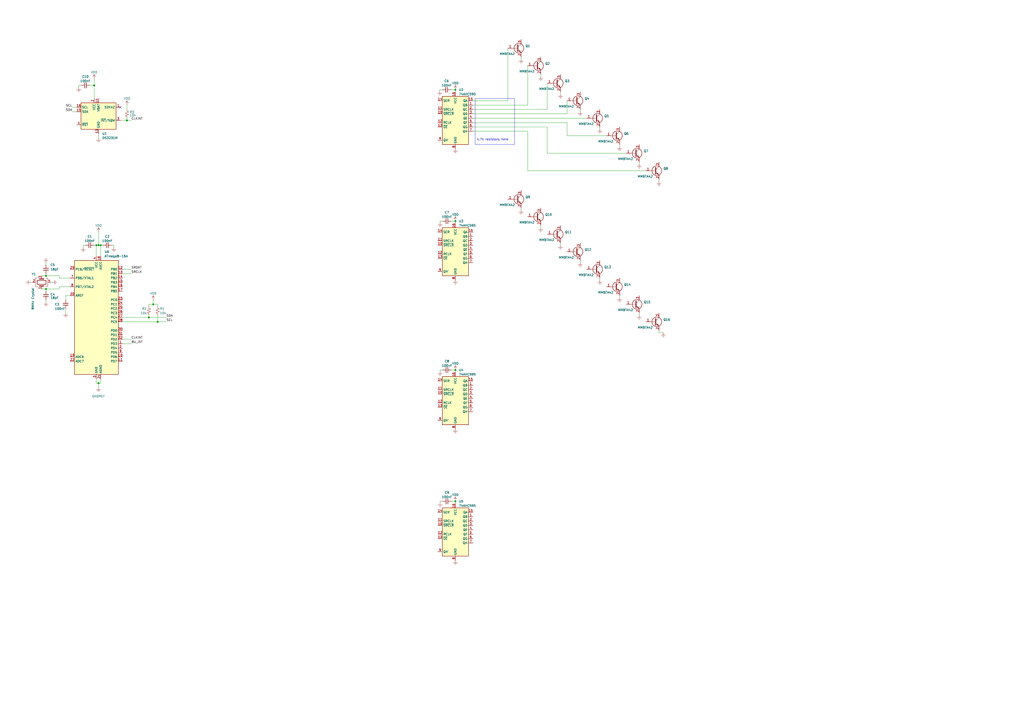
<source format=kicad_sch>
(kicad_sch (version 20250114) (generator "eeschema") (generator_version "9.0")
  (paper "A2")
  (lib_symbols
    (symbol "74AHC595_1"
      (property "Reference" "U2" (at 1.9559 16.51 0))
      (property "Value" "74AHC595" (at 1.9559 13.97 0))
      (symbol "74AHC595_1_1_0"
        (pin input line (at -10.16 10.16 0) (length 2.54) (name "SER") (number "14"))
        (pin input line (at -10.16 5.08 0) (length 2.54) (name "SRCLK") (number "11"))
        (pin input line (at -10.16 2.54 0) (length 2.54) (name "~{SRCLR}") (number "10"))
        (pin input line (at -10.16 -2.54 0) (length 2.54) (name "RCLK") (number "12"))
        (pin input line (at -10.16 -5.08 0) (length 2.54) (name "~{OE}") (number "13"))
        (pin output line (at -10.16 -12.7 0) (length 2.54) (name "QH'") (number "9"))
        (pin power_in line (at 0 15.24 270) (length 2.54) (name "VCC") (number "16"))
        (pin power_in line (at 0 -17.78 90) (length 2.54) (name "GND") (number "8"))
        (pin tri_state line (at 10.16 10.16 180) (length 2.54) (name "QA") (number "15"))
        (pin tri_state line (at 10.16 7.62 180) (length 2.54) (name "QB") (number "1"))
        (pin tri_state line (at 10.16 5.08 180) (length 2.54) (name "QC") (number "2"))
        (pin tri_state line (at 10.16 2.54 180) (length 2.54) (name "QD") (number "3"))
        (pin tri_state line (at 10.16 0 180) (length 2.54) (name "QE") (number "4"))
        (pin tri_state line (at 10.16 -2.54 180) (length 2.54) (name "QF") (number "5"))
        (pin tri_state line (at 10.16 -5.08 180) (length 2.54) (name "QG") (number "6"))
        (pin tri_state line (at 10.16 -7.62 180) (length 2.54) (name "QH") (number "7"))
      )
      (symbol "74AHC595_1_1_1"
        (rectangle (start -7.62 12.7) (end 7.62 -15.24) (stroke (width 0.254)) (fill (type background)))
      )
    )
    (symbol "Device:C_Small" (pin_numbers (hide yes)) (pin_names (offset 0.254) (hide yes))
      (property "Reference" "C" (at 0.254 1.778 0))
      (property "Value" "C_Small" (at 0.254 -2.032 0))
      (symbol "C_Small_0_1"
        (polyline (pts (xy -1.524 0.508) (xy 1.524 0.508)) (stroke (width 0.3048)))
        (polyline (pts (xy -1.524 -0.508) (xy 1.524 -0.508)) (stroke (width 0.3302)))
      )
      (symbol "C_Small_1_1"
        (pin passive line (at 0 2.54 270) (length 2.032) (name "~") (number "1"))
        (pin passive line (at 0 -2.54 90) (length 2.032) (name "~") (number "2"))
      )
    )
    (symbol "Device:Crystal_GND24" (pin_names (offset 1.016) (hide yes))
      (property "Reference" "Y" (at 3.175 5.08 0))
      (property "Value" "Crystal_GND24" (at 3.175 3.175 0))
      (symbol "Crystal_GND24_0_1"
        (polyline (pts (xy -2.54 2.286) (xy -2.54 3.556) (xy 2.54 3.556) (xy 2.54 2.286)))
        (polyline (pts (xy -2.54 0) (xy -2.032 0)))
        (polyline (pts (xy -2.54 -2.286) (xy -2.54 -3.556) (xy 2.54 -3.556) (xy 2.54 -2.286)))
        (polyline (pts (xy -2.032 -1.27) (xy -2.032 1.27)) (stroke (width 0.508)))
        (rectangle (start -1.143 2.54) (end 1.143 -2.54) (stroke (width 0.3048)))
        (polyline (pts (xy 0 3.556) (xy 0 3.81)))
        (polyline (pts (xy 0 -3.81) (xy 0 -3.556)))
        (polyline (pts (xy 2.032 0) (xy 2.54 0)))
        (polyline (pts (xy 2.032 -1.27) (xy 2.032 1.27)) (stroke (width 0.508)))
      )
      (symbol "Crystal_GND24_1_1"
        (pin passive line (at -3.81 0 0) (length 1.27) (name "1") (number "1"))
        (pin passive line (at 0 5.08 270) (length 1.27) (name "2") (number "2"))
        (pin passive line (at 0 -5.08 90) (length 1.27) (name "4") (number "4"))
        (pin passive line (at 3.81 0 180) (length 1.27) (name "3") (number "3"))
      )
    )
    (symbol "Device:R_Small_US" (pin_numbers (hide yes)) (pin_names (offset 0.254) (hide yes))
      (property "Reference" "R" (at 0.762 0.508 0))
      (property "Value" "R_Small_US" (at 0.762 -1.016 0))
      (symbol "R_Small_US_1_1"
        (polyline (pts (xy 0 1.524) (xy 1.016 1.143) (xy 0 0.762) (xy -1.016 0.381) (xy 0 0)))
        (polyline (pts (xy 0 0) (xy 1.016 -0.381) (xy 0 -0.762) (xy -1.016 -1.143) (xy 0 -1.524)))
        (pin passive line (at 0 2.54 270) (length 1.016) (name "~") (number "1"))
        (pin passive line (at 0 -2.54 90) (length 1.016) (name "~") (number "2"))
      )
    )
    (symbol "MCU_Microchip_ATmega:ATmega8-16A"
      (property "Reference" "U6" (at 4.6833 38.1 0))
      (property "Value" "ATmega8-16A" (at 4.6833 35.56 0))
      (symbol "ATmega8-16A_0_1"
        (rectangle (start -12.7 -33.02) (end 12.7 33.02) (stroke (width 0.254)) (fill (type background)))
      )
      (symbol "ATmega8-16A_1_1"
        (pin bidirectional line (at -15.24 27.94 0) (length 2.54) (name "PC6/~{RESET}") (number "29"))
        (pin bidirectional line (at -15.24 22.86 0) (length 2.54) (name "PB6/XTAL1") (number "7"))
        (pin bidirectional line (at -15.24 17.78 0) (length 2.54) (name "PB7/XTAL2") (number "8"))
        (pin passive line (at -15.24 12.7 0) (length 2.54) (name "AREF") (number "20"))
        (pin input line (at -15.24 -22.86 0) (length 2.54) (name "ADC6") (number "19"))
        (pin input line (at -15.24 -25.4 0) (length 2.54) (name "ADC7") (number "22"))
        (pin power_in line (at 0 35.56 270) (length 2.54) (name "VCC") (number "4"))
        (pin passive line (at 0 35.56 270) (length 2.54) (hide yes) (name "VCC") (number "6"))
        (pin power_in line (at 0 -35.56 90) (length 2.54) (name "GND") (number "3"))
        (pin passive line (at 0 -35.56 90) (length 2.54) (hide yes) (name "GND") (number "5"))
        (pin power_in line (at 2.54 35.56 270) (length 2.54) (name "AVCC") (number "18"))
        (pin power_in line (at 2.54 -35.56 90) (length 2.54) (name "AGND") (number "21"))
        (pin bidirectional line (at 15.24 27.94 180) (length 2.54) (name "PB0") (number "12"))
        (pin bidirectional line (at 15.24 25.4 180) (length 2.54) (name "PB1") (number "13"))
        (pin bidirectional line (at 15.24 22.86 180) (length 2.54) (name "PB2") (number "14"))
        (pin bidirectional line (at 15.24 20.32 180) (length 2.54) (name "PB3") (number "15"))
        (pin bidirectional line (at 15.24 17.78 180) (length 2.54) (name "PB4") (number "16"))
        (pin bidirectional line (at 15.24 15.24 180) (length 2.54) (name "PB5") (number "17"))
        (pin bidirectional line (at 15.24 10.16 180) (length 2.54) (name "PC0") (number "23"))
        (pin bidirectional line (at 15.24 7.62 180) (length 2.54) (name "PC1") (number "24"))
        (pin bidirectional line (at 15.24 5.08 180) (length 2.54) (name "PC2") (number "25"))
        (pin bidirectional line (at 15.24 2.54 180) (length 2.54) (name "PC3") (number "26"))
        (pin bidirectional line (at 15.24 0 180) (length 2.54) (name "PC4") (number "27"))
        (pin bidirectional line (at 15.24 -2.54 180) (length 2.54) (name "PC5") (number "28"))
        (pin bidirectional line (at 15.24 -7.62 180) (length 2.54) (name "PD0") (number "30"))
        (pin bidirectional line (at 15.24 -10.16 180) (length 2.54) (name "PD1") (number "31"))
        (pin bidirectional line (at 15.24 -12.7 180) (length 2.54) (name "PD2") (number "32"))
        (pin bidirectional line (at 15.24 -15.24 180) (length 2.54) (name "PD3") (number "1"))
        (pin bidirectional line (at 15.24 -17.78 180) (length 2.54) (name "PD4") (number "2"))
        (pin bidirectional line (at 15.24 -20.32 180) (length 2.54) (name "PD5") (number "9"))
        (pin bidirectional line (at 15.24 -22.86 180) (length 2.54) (name "PD6") (number "10"))
        (pin bidirectional line (at 15.24 -25.4 180) (length 2.54) (name "PD7") (number "11"))
      )
    )
    (symbol "Timer_RTC:DS3231M"
      (property "Reference" "U" (at -7.62 8.89 0))
      (property "Value" "DS3231M" (at 10.16 8.89 0))
      (symbol "DS3231M_0_1"
        (rectangle (start -10.16 7.62) (end 10.16 -7.62) (stroke (width 0.254)) (fill (type background)))
      )
      (symbol "DS3231M_1_1"
        (pin input line (at -12.7 5.08 0) (length 2.54) (name "SCL") (number "16"))
        (pin bidirectional line (at -12.7 2.54 0) (length 2.54) (name "SDA") (number "15"))
        (pin bidirectional line (at -12.7 -5.08 0) (length 2.54) (name "~{RST}") (number "4"))
        (pin power_in line (at -2.54 10.16 270) (length 2.54) (name "VCC") (number "2"))
        (pin power_in line (at 0 10.16 270) (length 2.54) (name "VBAT") (number "14"))
        (pin passive line (at 0 -10.16 90) (length 2.54) (hide yes) (name "GND") (number "10"))
        (pin passive line (at 0 -10.16 90) (length 2.54) (hide yes) (name "GND") (number "11"))
        (pin passive line (at 0 -10.16 90) (length 2.54) (hide yes) (name "GND") (number "12"))
        (pin power_in line (at 0 -10.16 90) (length 2.54) (name "GND") (number "13"))
        (pin passive line (at 0 -10.16 90) (length 2.54) (hide yes) (name "GND") (number "5"))
        (pin passive line (at 0 -10.16 90) (length 2.54) (hide yes) (name "GND") (number "6"))
        (pin passive line (at 0 -10.16 90) (length 2.54) (hide yes) (name "GND") (number "7"))
        (pin passive line (at 0 -10.16 90) (length 2.54) (hide yes) (name "GND") (number "8"))
        (pin passive line (at 0 -10.16 90) (length 2.54) (hide yes) (name "GND") (number "9"))
        (pin open_collector line (at 12.7 5.08 180) (length 2.54) (name "32KHZ") (number "1"))
        (pin open_collector line (at 12.7 -2.54 180) (length 2.54) (name "~{INT}/SQW") (number "3"))
      )
    )
    (symbol "Transistor_BJT:MMBTA42" (pin_names (offset 0) (hide yes))
      (property "Reference" "Q" (at 5.08 1.905 0))
      (property "Value" "MMBTA42" (at 5.08 0 0))
      (symbol "MMBTA42_0_1"
        (polyline (pts (xy -2.54 0) (xy 0.635 0)))
        (polyline (pts (xy 0.635 1.905) (xy 0.635 -1.905)) (stroke (width 0.508)))
        (circle (center 1.27 0) (radius 2.8194) (stroke (width 0.254)))
      )
      (symbol "MMBTA42_1_1"
        (polyline (pts (xy 0.635 0.635) (xy 2.54 2.54)))
        (polyline (pts (xy 0.635 -0.635) (xy 2.54 -2.54)))
        (polyline (pts (xy 1.27 -1.778) (xy 1.778 -1.27) (xy 2.286 -2.286) (xy 1.27 -1.778)) (fill (type outline)))
        (pin input line (at -5.08 0 0) (length 2.54) (name "B") (number "1"))
        (pin passive line (at 2.54 5.08 270) (length 2.54) (name "C") (number "3"))
        (pin passive line (at 2.54 -5.08 90) (length 2.54) (name "E") (number "2"))
      )
    )
    (symbol "power:GNDREF" (power) (pin_names (offset 0))
      (property "Value" "GNDREF" (at 0 -3.81 0))
      (symbol "GNDREF_0_1"
        (polyline (pts (xy -0.635 -1.905) (xy 0.635 -1.905)))
        (polyline (pts (xy -0.127 -2.54) (xy 0.127 -2.54)))
        (polyline (pts (xy 0 -1.27) (xy 0 0)))
        (polyline (pts (xy 1.27 -1.27) (xy -1.27 -1.27)))
      )
      (symbol "GNDREF_1_1"
        (pin power_in line (at 0 0 270) (length 0) (hide yes) (name "GNDREF") (number "1"))
      )
    )
    (symbol "power:VDD" (power) (pin_names (offset 0))
      (property "Value" "VDD" (at 0 3.81 0))
      (symbol "VDD_0_1"
        (polyline (pts (xy -0.762 1.27) (xy 0 2.54)))
        (polyline (pts (xy 0 2.54) (xy 0.762 1.27)))
        (polyline (pts (xy 0 0) (xy 0 2.54)))
      )
      (symbol "VDD_1_1"
        (pin power_in line (at 0 0 90) (length 0) (hide yes) (name "VDD") (number "1"))
      )
    )
  )
  (rectangle (start 275.59 57.15) (end 298.45 83.82))
  (text "4.7k resistors here" (at 285.75 81.026 0) (effects (font (size 1.27 1.27))))
  (junction (at 73.66 69.85))
  (junction (at 57.15 142.24))
  (junction (at 264.16 128.27))
  (junction (at 55.88 142.24))
  (junction (at 264.16 214.63))
  (junction (at 86.36 184.15))
  (junction (at 88.9 176.53))
  (junction (at 264.16 52.07))
  (junction (at 58.42 142.24))
  (junction (at 57.15 222.25))
  (junction (at 26.67 160.02))
  (junction (at 26.67 167.64))
  (junction (at 264.16 290.83))
  (junction (at 54.61 49.53))
  (junction (at 91.44 186.69))
  (no_connect (at 69.85 62.23))
  (wire (pts (xy 306.07 76.2) (xy 274.32 76.2)))
  (wire (pts (xy 261.62 52.07) (xy 264.16 52.07)))
  (wire (pts (xy 363.22 88.9) (xy 317.5 88.9)))
  (wire (pts (xy 38.1 179.07) (xy 38.1 181.61)))
  (wire (pts (xy 55.88 142.24) (xy 57.15 142.24)))
  (wire (pts (xy 317.5 73.66) (xy 317.5 88.9)))
  (wire (pts (xy 73.66 68.58) (xy 73.66 69.85)))
  (wire (pts (xy 57.15 142.24) (xy 58.42 142.24)))
  (wire (pts (xy 34.29 167.64) (xy 34.29 166.37)))
  (wire (pts (xy 26.67 152.4) (xy 26.67 153.67)))
  (wire (pts (xy 71.12 184.15) (xy 86.36 184.15)))
  (wire (pts (xy 325.12 140.97) (xy 325.12 142.24)))
  (wire (pts (xy 48.26 143.51) (xy 48.26 142.24)))
  (wire (pts (xy 57.15 134.62) (xy 57.15 142.24)))
  (wire (pts (xy 58.42 222.25) (xy 58.42 219.71)))
  (wire (pts (xy 86.36 177.8) (xy 86.36 176.53)))
  (wire (pts (xy 71.12 158.75) (xy 76.2 158.75)))
  (wire (pts (xy 255.0668 52.07) (xy 255.0668 52.8828)))
  (wire (pts (xy 38.1 173.99) (xy 38.1 171.45)))
  (wire (pts (xy 294.64 27.94) (xy 294.64 58.42)))
  (wire (pts (xy 294.64 58.42) (xy 274.32 58.42)))
  (wire (pts (xy 71.12 156.21) (xy 76.2 156.21)))
  (wire (pts (xy 86.36 182.88) (xy 86.36 184.15)))
  (wire (pts (xy 24.13 160.02) (xy 26.67 160.02)))
  (wire (pts (xy 370.84 181.61) (xy 370.84 182.88)))
  (wire (pts (xy 55.88 222.25) (xy 57.15 222.25)))
  (wire (pts (xy 54.61 45.72) (xy 54.61 49.53)))
  (wire (pts (xy 336.55 151.13) (xy 336.55 152.4)))
  (wire (pts (xy 359.41 171.45) (xy 359.41 172.72)))
  (wire (pts (xy 69.85 69.85) (xy 73.66 69.85)))
  (wire (pts (xy 255.27 128.27) (xy 255.27 129.0828)))
  (wire (pts (xy 45.72 49.53) (xy 46.99 49.53)))
  (wire (pts (xy 347.98 161.29) (xy 347.98 162.56)))
  (wire (pts (xy 88.9 176.53) (xy 91.44 176.53)))
  (wire (pts (xy 86.36 184.15) (xy 96.52 184.15)))
  (wire (pts (xy 71.12 186.69) (xy 91.44 186.69)))
  (wire (pts (xy 317.5 63.5) (xy 274.32 63.5)))
  (wire (pts (xy 306.07 99.06) (xy 306.07 76.2)))
  (wire (pts (xy 359.41 83.82) (xy 359.41 85.09)))
  (wire (pts (xy 38.1 171.45) (xy 40.64 171.45)))
  (wire (pts (xy 73.66 69.85) (xy 76.2 69.85)))
  (wire (pts (xy 264.16 52.07) (xy 264.16 53.34)))
  (wire (pts (xy 374.65 99.06) (xy 306.07 99.06)))
  (wire (pts (xy 328.93 71.12) (xy 328.93 78.74)))
  (wire (pts (xy 57.15 222.25) (xy 58.42 222.25)))
  (wire (pts (xy 91.44 176.53) (xy 91.44 177.8)))
  (wire (pts (xy 26.67 160.02) (xy 34.29 160.02)))
  (wire (pts (xy 57.15 77.47) (xy 57.15 80.01)))
  (wire (pts (xy 264.16 290.83) (xy 264.16 292.1)))
  (wire (pts (xy 86.36 176.53) (xy 88.9 176.53)))
  (wire (pts (xy 255.27 214.63) (xy 255.27 215.4428)))
  (wire (pts (xy 26.67 167.64) (xy 34.29 167.64)))
  (wire (pts (xy 71.12 196.85) (xy 76.2 196.85)))
  (wire (pts (xy 274.32 68.58) (xy 340.36 68.58)))
  (wire (pts (xy 261.8232 128.27) (xy 264.16 128.27)))
  (wire (pts (xy 57.15 222.25) (xy 57.15 224.79)))
  (wire (pts (xy 54.61 142.24) (xy 55.88 142.24)))
  (wire (pts (xy 73.66 60.96) (xy 73.66 63.5)))
  (wire (pts (xy 302.26 120.65) (xy 302.26 121.92)))
  (wire (pts (xy 370.84 93.98) (xy 370.84 95.25)))
  (wire (pts (xy 264.16 214.63) (xy 264.16 215.9)))
  (wire (pts (xy 255.27 290.83) (xy 255.27 291.6428)))
  (wire (pts (xy 317.5 48.26) (xy 317.5 63.5)))
  (wire (pts (xy 264.16 128.27) (xy 264.16 129.54)))
  (wire (pts (xy 26.67 173.99) (xy 26.67 175.26)))
  (wire (pts (xy 264.16 214.63) (xy 264.3632 214.63)))
  (wire (pts (xy 58.42 142.24) (xy 58.42 148.59)))
  (wire (pts (xy 29.21 163.83) (xy 30.48 163.83)))
  (wire (pts (xy 302.26 33.02) (xy 302.26 34.29)))
  (wire (pts (xy 313.69 43.18) (xy 313.69 44.45)))
  (wire (pts (xy 54.61 49.53) (xy 54.61 57.15)))
  (wire (pts (xy 58.42 142.24) (xy 59.69 142.24)))
  (wire (pts (xy 91.44 186.69) (xy 96.52 186.69)))
  (wire (pts (xy 256.54 52.07) (xy 255.0668 52.07)))
  (wire (pts (xy 313.69 130.81) (xy 313.69 132.08)))
  (wire (pts (xy 91.44 182.88) (xy 91.44 186.69)))
  (wire (pts (xy 274.32 71.12) (xy 328.93 71.12)))
  (wire (pts (xy 382.27 193.04) (xy 384.81 193.04)))
  (wire (pts (xy 261.8232 290.83) (xy 264.16 290.83)))
  (wire (pts (xy 71.12 199.39) (xy 76.2 199.39)))
  (wire (pts (xy 264.16 128.27) (xy 264.3632 128.27)))
  (wire (pts (xy 382.27 104.14) (xy 382.27 105.41)))
  (wire (pts (xy 264.16 290.83) (xy 264.3632 290.83)))
  (wire (pts (xy 382.27 191.77) (xy 382.27 193.04)))
  (wire (pts (xy 351.79 78.74) (xy 328.93 78.74)))
  (wire (pts (xy 45.72 50.8) (xy 45.72 49.53)))
  (wire (pts (xy 55.88 219.71) (xy 55.88 222.25)))
  (wire (pts (xy 34.29 166.37) (xy 40.64 166.37)))
  (wire (pts (xy 328.93 58.42) (xy 328.93 66.04)))
  (wire (pts (xy 64.77 142.24) (xy 66.04 142.24)))
  (wire (pts (xy 256.7432 290.83) (xy 255.27 290.83)))
  (wire (pts (xy 256.7432 128.27) (xy 255.27 128.27)))
  (wire (pts (xy 88.9 173.99) (xy 88.9 176.53)))
  (wire (pts (xy 24.13 167.64) (xy 26.67 167.64)))
  (wire (pts (xy 26.67 168.91) (xy 26.67 167.64)))
  (wire (pts (xy 52.07 49.53) (xy 54.61 49.53)))
  (wire (pts (xy 34.29 161.29) (xy 40.64 161.29)))
  (wire (pts (xy 66.04 142.24) (xy 66.04 143.51)))
  (wire (pts (xy 48.26 142.24) (xy 49.53 142.24)))
  (wire (pts (xy 306.07 60.96) (xy 274.32 60.96)))
  (wire (pts (xy 347.98 73.66) (xy 347.98 74.93)))
  (wire (pts (xy 336.55 63.5) (xy 336.55 64.77)))
  (wire (pts (xy 26.67 158.75) (xy 26.67 160.02)))
  (wire (pts (xy 41.91 62.23) (xy 44.45 62.23)))
  (wire (pts (xy 261.8232 214.63) (xy 264.16 214.63)))
  (wire (pts (xy 55.88 142.24) (xy 55.88 148.59)))
  (wire (pts (xy 306.07 38.1) (xy 306.07 60.96)))
  (wire (pts (xy 34.29 160.02) (xy 34.29 161.29)))
  (wire (pts (xy 274.32 66.04) (xy 328.93 66.04)))
  (wire (pts (xy 325.12 53.34) (xy 325.12 54.61)))
  (wire (pts (xy 41.91 64.77) (xy 44.45 64.77)))
  (wire (pts (xy 256.7432 214.63) (xy 255.27 214.63)))
  (wire (pts (xy 17.78 163.83) (xy 19.05 163.83)))
  (wire (pts (xy 317.5 73.66) (xy 274.32 73.66)))
  (label "SDA" (at 96.52 184.15 0))
  (label "SDA" (at 41.91 64.77 180))
  (label "SRCLK" (at 76.2 158.75 0))
  (label "BU_INT" (at 76.2 199.39 0))
  (label "CLKINT" (at 76.2 69.85 0))
  (label "SCL" (at 41.91 62.23 180))
  (label "SRDAT" (at 76.2 156.21 0))
  (label "CLKINT" (at 76.2 196.85 0))
  (label "SCL" (at 96.52 186.69 0))
  (symbol (lib_id "power:GNDREF") (at 382.27 105.41 0) (unit 1)
    (property "Reference" "#PWR027" (effects (hide yes)))
    (property "Value" "GNDREF" (effects (hide yes)))
  )
  (symbol (lib_id "Device:C_Small") (at 259.2832 290.83 270) (mirror x) (unit 1)
    (property "Reference" "C9" (at 259.2769 285.75 90))
    (property "Value" "100nF" (at 259.2769 288.29 90))
  )
  (symbol (lib_id "Device:C_Small") (at 259.2832 214.63 270) (mirror x) (unit 1)
    (property "Reference" "C8" (at 259.2769 209.55 90))
    (property "Value" "100nF" (at 259.2769 212.09 90))
  )
  (symbol (lib_id "power:GNDREF") (at 359.41 172.72 0) (unit 1)
    (property "Reference" "#PWR033" (effects (hide yes)))
    (property "Value" "GNDREF" (effects (hide yes)))
  )
  (symbol (lib_id "Device:C_Small") (at 259.2832 128.27 270) (mirror x) (unit 1)
    (property "Reference" "C7" (at 259.2769 123.19 90))
    (property "Value" "100nF" (at 259.2769 125.73 90))
  )
  (symbol (lib_id "Transistor_BJT:MMBTA42") (at 299.72 115.57 0) (unit 1)
    (property "Reference" "Q9" (at 304.8 114.2999 0) (effects (justify left)))
    (property "Value" "MMBTA42" (at 289.814 118.872 0) (effects (justify left)))
    (property "Footprint" "Package_TO_SOT_SMD:SOT-23W_Handsoldering" (effects (hide yes)))
    (property "Datasheet" "https://www.onsemi.com/pub/Collateral/MMBTA42LT1-D.PDF" (effects (hide yes)))
    (property "Description" "0.5A Ic, 300V Vce, NPN High Voltage Transistor, SOT-23" (effects (hide yes)))
  )
  (symbol (lib_id "Device:R_Small_US") (at 73.66 66.04 0) (unit 1)
    (property "Reference" "R3" (at 75.184 65.024 0) (effects (justify left)))
    (property "Value" "10k" (at 75.184 66.802 0) (effects (justify left)))
    (property "Description" "Resistor, small US symbol" (effects (hide yes)))
  )
  (symbol (lib_id "power:GNDREF") (at 255.27 215.4428 0) (mirror y) (unit 1)
    (property "Reference" "#PWR014" (effects (hide yes)))
    (property "Value" "GNDREF" (effects (hide yes)))
  )
  (symbol (lib_id "Transistor_BJT:MMBTA42") (at 368.3 176.53 0) (unit 1)
    (property "Reference" "Q15" (at 373.38 175.2599 0) (effects (justify left)))
    (property "Value" "MMBTA42" (at 358.394 179.832 0) (effects (justify left)))
    (property "Footprint" "Package_TO_SOT_SMD:SOT-23W_Handsoldering" (effects (hide yes)))
    (property "Datasheet" "https://www.onsemi.com/pub/Collateral/MMBTA42LT1-D.PDF" (effects (hide yes)))
    (property "Description" "0.5A Ic, 300V Vce, NPN High Voltage Transistor, SOT-23" (effects (hide yes)))
  )
  (symbol (lib_id "power:GNDREF") (at 38.1 181.61 0) (unit 1)
    (property "Reference" "#PWR01" (effects (hide yes)))
    (property "Value" "GNDREF" (effects (hide yes)))
  )
  (symbol (lib_id "MCU_Microchip_ATmega:ATmega8-16A") (at 55.88 184.15 0) (unit 1)
    (property "Reference" "U6" (at 60.5633 146.05 0) (effects (justify left)))
    (property "Value" "ATmega8-16A" (at 60.5633 148.59 0) (effects (justify left)))
    (property "Footprint" "Package_QFP:TQFP-32_7x7mm_P0.8mm" (effects (hide yes)))
    (property "Datasheet" "http://ww1.microchip.com/downloads/en/DeviceDoc/atmel-2486-8-bit-avr-microcontroller-atmega8_l_datasheet.pdf" (effects (hide yes)))
    (property "Description" "16MHz, 8kB Flash, 1kB SRAM, 512B EEPROM, TQFP-32" (effects (hide yes)))
  )
  (symbol (lib_id "Device:R_Small_US") (at 86.36 180.34 0) (unit 1)
    (property "Reference" "R2" (at 82.296 179.07 0) (effects (justify left)))
    (property "Value" "10k" (at 81.534 181.61 0) (effects (justify left)))
    (property "Description" "Resistor, small US symbol" (effects (hide yes)))
  )
  (symbol (lib_id "power:GNDREF") (at 384.81 193.04 0) (unit 1)
    (property "Reference" "#PWR035" (effects (hide yes)))
    (property "Value" "GNDREF" (effects (hide yes)))
  )
  (symbol (lib_id "Transistor_BJT:MMBTA42") (at 345.44 68.58 0) (unit 1)
    (property "Reference" "Q5" (at 350.52 67.3099 0) (effects (justify left)))
    (property "Value" "MMBTA42" (at 335.534 71.882 0) (effects (justify left)))
    (property "Footprint" "Package_TO_SOT_SMD:SOT-23W_Handsoldering" (effects (hide yes)))
    (property "Datasheet" "https://www.onsemi.com/pub/Collateral/MMBTA42LT1-D.PDF" (effects (hide yes)))
    (property "Description" "0.5A Ic, 300V Vce, NPN High Voltage Transistor, SOT-23" (effects (hide yes)))
  )
  (symbol (lib_id "Device:C_Small") (at 52.07 142.24 90) (unit 1)
    (property "Reference" "C1" (at 52.0763 137.16 90))
    (property "Value" "100nF" (at 52.0763 139.7 90))
  )
  (symbol (lib_id "Transistor_BJT:MMBTA42") (at 368.3 88.9 0) (unit 1)
    (property "Reference" "Q7" (at 373.38 87.6299 0) (effects (justify left)))
    (property "Value" "MMBTA42" (at 358.394 92.202 0) (effects (justify left)))
    (property "Footprint" "Package_TO_SOT_SMD:SOT-23W_Handsoldering" (effects (hide yes)))
    (property "Datasheet" "https://www.onsemi.com/pub/Collateral/MMBTA42LT1-D.PDF" (effects (hide yes)))
    (property "Description" "0.5A Ic, 300V Vce, NPN High Voltage Transistor, SOT-23" (effects (hide yes)))
  )
  (symbol (lib_id "Device:C_Small") (at 26.67 156.21 180) (unit 1)
    (property "Reference" "C5" (at 29.21 153.67 0) (effects (justify right)))
    (property "Value" "18pF" (at 29.21 156.21 0) (effects (justify right)))
  )
  (symbol (lib_id "Transistor_BJT:MMBTA42") (at 345.44 156.21 0) (unit 1)
    (property "Reference" "Q13" (at 350.52 154.9399 0) (effects (justify left)))
    (property "Value" "MMBTA42" (at 335.534 159.512 0) (effects (justify left)))
    (property "Footprint" "Package_TO_SOT_SMD:SOT-23W_Handsoldering" (effects (hide yes)))
    (property "Datasheet" "https://www.onsemi.com/pub/Collateral/MMBTA42LT1-D.PDF" (effects (hide yes)))
    (property "Description" "0.5A Ic, 300V Vce, NPN High Voltage Transistor, SOT-23" (effects (hide yes)))
  )
  (symbol (lib_id "power:VDD") (at 54.61 45.72 0) (unit 1)
    (property "Reference" "#PWR040" (effects (hide yes)))
    (property "Value" "VDD" (at 54.61 41.91 0))
  )
  (symbol (lib_id "Transistor_BJT:MMBTA42") (at 322.58 135.89 0) (unit 1)
    (property "Reference" "Q11" (at 327.66 134.6199 0) (effects (justify left)))
    (property "Value" "MMBTA42" (at 312.674 139.192 0) (effects (justify left)))
    (property "Footprint" "Package_TO_SOT_SMD:SOT-23W_Handsoldering" (effects (hide yes)))
    (property "Datasheet" "https://www.onsemi.com/pub/Collateral/MMBTA42LT1-D.PDF" (effects (hide yes)))
    (property "Description" "0.5A Ic, 300V Vce, NPN High Voltage Transistor, SOT-23" (effects (hide yes)))
  )
  (symbol (lib_id "Transistor_BJT:MMBTA42") (at 311.15 125.73 0) (unit 1)
    (property "Reference" "Q10" (at 316.23 124.4599 0) (effects (justify left)))
    (property "Value" "MMBTA42" (at 301.244 129.032 0) (effects (justify left)))
    (property "Footprint" "Package_TO_SOT_SMD:SOT-23W_Handsoldering" (effects (hide yes)))
    (property "Datasheet" "https://www.onsemi.com/pub/Collateral/MMBTA42LT1-D.PDF" (effects (hide yes)))
    (property "Description" "0.5A Ic, 300V Vce, NPN High Voltage Transistor, SOT-23" (effects (hide yes)))
  )
  (symbol (lib_id "Device:Crystal_GND24") (at 24.13 163.83 90) (unit 1)
    (property "Reference" "Y1" (at 19.558 159.004 90))
    (property "Value" "8MHz Crystal" (at 19.05 173.228 0))
    (property "Footprint" "Crystal:Crystal_SMD_0603-4Pin_6.0x3.5mm_HandSoldering" (effects (hide yes)))
    (property "Datasheet" "https://mm.digikey.com/Volume0/opasdata/d220001/medias/docus/1794/FX0800015_Rev.E_SS.pdf" (effects (hide yes)))
    (property "Description" "FX0800015 - CRYSTAL 8.0000MHZ 18PF SMD" (effects (hide yes)))
  )
  (symbol (lib_id "Device:C_Small") (at 49.53 49.53 90) (unit 1)
    (property "Reference" "C10" (at 49.5363 44.45 90))
    (property "Value" "100nF" (at 49.5363 46.99 90))
  )
  (symbol (lib_id "Transistor_BJT:MMBTA42") (at 356.87 78.74 0) (unit 1)
    (property "Reference" "Q6" (at 361.95 77.4699 0) (effects (justify left)))
    (property "Value" "MMBTA42" (at 346.964 82.042 0) (effects (justify left)))
    (property "Footprint" "Package_TO_SOT_SMD:SOT-23W_Handsoldering" (effects (hide yes)))
    (property "Datasheet" "https://www.onsemi.com/pub/Collateral/MMBTA42LT1-D.PDF" (effects (hide yes)))
    (property "Description" "0.5A Ic, 300V Vce, NPN High Voltage Transistor, SOT-23" (effects (hide yes)))
  )
  (symbol (lib_id "Device:C_Small") (at 38.1 176.53 180) (unit 1)
    (property "Reference" "C3" (at 31.75 176.53 0) (effects (justify right)))
    (property "Value" "100nF" (at 31.75 179.07 0) (effects (justify right)))
  )
  (symbol (lib_id "power:GNDREF") (at 370.84 182.88 0) (unit 1)
    (property "Reference" "#PWR034" (effects (hide yes)))
    (property "Value" "GNDREF" (effects (hide yes)))
  )
  (symbol (lib_id "Transistor_BJT:MMBTA42") (at 379.73 186.69 0) (unit 1)
    (property "Reference" "Q16" (at 384.81 185.4199 0) (effects (justify left)))
    (property "Value" "MMBTA42" (at 369.824 189.992 0) (effects (justify left)))
    (property "Footprint" "Package_TO_SOT_SMD:SOT-23W_Handsoldering" (effects (hide yes)))
    (property "Datasheet" "https://www.onsemi.com/pub/Collateral/MMBTA42LT1-D.PDF" (effects (hide yes)))
    (property "Description" "0.5A Ic, 300V Vce, NPN High Voltage Transistor, SOT-23" (effects (hide yes)))
  )
  (symbol (lib_id "power:GNDREF") (at 325.12 142.24 0) (unit 1)
    (property "Reference" "#PWR030" (effects (hide yes)))
    (property "Value" "GNDREF" (effects (hide yes)))
  )
  (symbol (lib_id "Transistor_BJT:MMBTA42") (at 322.58 48.26 0) (unit 1)
    (property "Reference" "Q3" (at 327.66 46.9899 0) (effects (justify left)))
    (property "Value" "MMBTA42" (at 312.674 51.562 0) (effects (justify left)))
    (property "Footprint" "Package_TO_SOT_SMD:SOT-23W_Handsoldering" (effects (hide yes)))
    (property "Datasheet" "https://www.onsemi.com/pub/Collateral/MMBTA42LT1-D.PDF" (effects (hide yes)))
    (property "Description" "0.5A Ic, 300V Vce, NPN High Voltage Transistor, SOT-23" (effects (hide yes)))
  )
  (symbol (lib_name "74AHC595_1") (lib_id "74xx:74AHC595") (at 264.16 307.34 0) (unit 1)
    (property "Reference" "U5" (at 266.1159 290.83 0) (effects (justify left)))
    (property "Value" "74AHC595" (at 266.1159 293.37 0) (effects (justify left)))
    (property "Footprint" "Package_SO:SOIC-16_3.9x9.9mm_P1.27mm" (effects (hide yes)))
    (property "Datasheet" "https://assets.nexperia.com/documents/data-sheet/74AHC_AHCT595.pdf" (effects (hide yes)))
  )
  (symbol (lib_id "power:GNDREF") (at 325.12 54.61 0) (unit 1)
    (property "Reference" "#PWR022" (effects (hide yes)))
    (property "Value" "GNDREF" (effects (hide yes)))
  )
  (symbol (lib_id "Device:C_Small") (at 26.67 171.45 180) (unit 1)
    (property "Reference" "C4" (at 29.21 170.8086 0) (effects (justify right)))
    (property "Value" "18pF" (at 29.21 172.72 0) (effects (justify right)))
  )
  (symbol (lib_id "power:VDD") (at 57.15 134.62 0) (unit 1)
    (property "Reference" "#PWR05" (effects (hide yes)))
    (property "Value" "VDD" (at 57.15 130.81 0))
  )
  (symbol (lib_id "power:GNDREF") (at 66.04 143.51 0) (unit 1)
    (property "Reference" "#PWR03" (effects (hide yes)))
    (property "Value" "GNDREF" (effects (hide yes)))
  )
  (symbol (lib_id "power:GNDREF") (at 264.16 248.92 0) (unit 1)
    (property "Reference" "#PWR016" (effects (hide yes)))
    (property "Value" "GNDREF" (effects (hide yes)))
  )
  (symbol (lib_id "Transistor_BJT:MMBTA42") (at 311.15 38.1 0) (unit 1)
    (property "Reference" "Q2" (at 316.23 36.8299 0) (effects (justify left)))
    (property "Value" "MMBTA42" (at 301.244 41.402 0) (effects (justify left)))
    (property "Footprint" "Package_TO_SOT_SMD:SOT-23W_Handsoldering" (effects (hide yes)))
    (property "Datasheet" "https://www.onsemi.com/pub/Collateral/MMBTA42LT1-D.PDF" (effects (hide yes)))
    (property "Description" "0.5A Ic, 300V Vce, NPN High Voltage Transistor, SOT-23" (effects (hide yes)))
  )
  (symbol (lib_id "power:GNDREF") (at 336.55 152.4 0) (unit 1)
    (property "Reference" "#PWR031" (effects (hide yes)))
    (property "Value" "GNDREF" (effects (hide yes)))
  )
  (symbol (lib_id "Transistor_BJT:MMBTA42") (at 334.01 58.42 0) (unit 1)
    (property "Reference" "Q4" (at 339.09 57.1499 0) (effects (justify left)))
    (property "Value" "MMBTA42" (at 324.104 61.722 0) (effects (justify left)))
    (property "Footprint" "Package_TO_SOT_SMD:SOT-23W_Handsoldering" (effects (hide yes)))
    (property "Datasheet" "https://www.onsemi.com/pub/Collateral/MMBTA42LT1-D.PDF" (effects (hide yes)))
    (property "Description" "0.5A Ic, 300V Vce, NPN High Voltage Transistor, SOT-23" (effects (hide yes)))
  )
  (symbol (lib_id "power:GNDREF") (at 302.26 121.92 0) (unit 1)
    (property "Reference" "#PWR028" (effects (hide yes)))
    (property "Value" "GNDREF" (effects (hide yes)))
  )
  (symbol (lib_id "Transistor_BJT:MMBTA42") (at 334.01 146.05 0) (unit 1)
    (property "Reference" "Q12" (at 339.09 144.7799 0) (effects (justify left)))
    (property "Value" "MMBTA42" (at 324.104 149.352 0) (effects (justify left)))
    (property "Footprint" "Package_TO_SOT_SMD:SOT-23W_Handsoldering" (effects (hide yes)))
    (property "Datasheet" "https://www.onsemi.com/pub/Collateral/MMBTA42LT1-D.PDF" (effects (hide yes)))
    (property "Description" "0.5A Ic, 300V Vce, NPN High Voltage Transistor, SOT-23" (effects (hide yes)))
  )
  (symbol (lib_id "power:GNDREF") (at 255.27 291.6428 0) (mirror y) (unit 1)
    (property "Reference" "#PWR017" (effects (hide yes)))
    (property "Value" "GNDREF" (effects (hide yes)))
  )
  (symbol (lib_id "Device:R_Small_US") (at 91.44 180.34 0) (unit 1)
    (property "Reference" "R1" (at 92.71 179.07 0) (effects (justify left)))
    (property "Value" "10k" (at 92.71 181.61 0) (effects (justify left)))
    (property "Description" "Resistor, small US symbol" (effects (hide yes)))
  )
  (symbol (lib_id "power:GNDREF") (at 313.69 132.08 0) (unit 1)
    (property "Reference" "#PWR029" (effects (hide yes)))
    (property "Value" "GNDREF" (effects (hide yes)))
  )
  (symbol (lib_id "power:GNDREF") (at 313.69 44.45 0) (unit 1)
    (property "Reference" "#PWR021" (effects (hide yes)))
    (property "Value" "GNDREF" (effects (hide yes)))
  )
  (symbol (lib_id "power:GNDREF") (at 45.72 50.8 0) (unit 1)
    (property "Reference" "#PWR038" (effects (hide yes)))
    (property "Value" "GNDREF" (effects (hide yes)))
  )
  (symbol (lib_id "power:GNDREF") (at 26.67 152.4 180) (unit 1)
    (property "Reference" "#PWR07" (effects (hide yes)))
    (property "Value" "GNDREF" (effects (hide yes)))
  )
  (symbol (lib_id "power:GNDREF") (at 57.15 224.79 0) (unit 1)
    (property "Reference" "#PWR04" (effects (hide yes)))
    (property "Value" "GNDREF" (at 57.15 229.87 0))
  )
  (symbol (lib_id "power:VDD") (at 73.66 60.96 0) (unit 1)
    (property "Reference" "#PWR042" (effects (hide yes)))
    (property "Value" "VDD" (at 73.66 57.15 0))
  )
  (symbol (lib_id "power:GNDREF") (at 347.98 162.56 0) (unit 1)
    (property "Reference" "#PWR032" (effects (hide yes)))
    (property "Value" "GNDREF" (effects (hide yes)))
  )
  (symbol (lib_id "Transistor_BJT:MMBTA42") (at 299.72 27.94 0) (unit 1)
    (property "Reference" "Q1" (at 304.8 26.6699 0) (effects (justify left)))
    (property "Value" "MMBTA42" (at 289.814 31.242 0) (effects (justify left)))
    (property "Footprint" "Package_TO_SOT_SMD:SOT-23W_Handsoldering" (effects (hide yes)))
    (property "Datasheet" "https://www.onsemi.com/pub/Collateral/MMBTA42LT1-D.PDF" (effects (hide yes)))
    (property "Description" "0.5A Ic, 300V Vce, NPN High Voltage Transistor, SOT-23" (effects (hide yes)))
  )
  (symbol (lib_id "Timer_RTC:DS3231M") (at 57.15 67.31 0) (unit 1)
    (property "Reference" "U1" (at 59.2933 77.47 0) (effects (justify left)))
    (property "Value" "DS3231M" (at 59.2933 80.01 0) (effects (justify left)))
    (property "Footprint" "Package_SO:SOIC-16W_7.5x10.3mm_P1.27mm" (effects (hide yes)))
    (property "Datasheet" "http://datasheets.maximintegrated.com/en/ds/DS3231.pdf" (effects (hide yes)))
    (property "Description" "Extremely Accurate I2C-Integrated RTC/TCXO/Crystal SOIC-16" (effects (hide yes)))
  )
  (symbol (lib_id "power:GNDREF") (at 30.48 163.83 90) (unit 1)
    (property "Reference" "#PWR036" (effects (hide yes)))
    (property "Value" "GNDREF" (effects (hide yes)))
  )
  (symbol (lib_id "power:GNDREF") (at 48.26 143.51 0) (unit 1)
    (property "Reference" "#PWR02" (effects (hide yes)))
    (property "Value" "GNDREF" (effects (hide yes)))
  )
  (symbol (lib_id "Transistor_BJT:MMBTA42") (at 379.73 99.06 0) (unit 1)
    (property "Reference" "Q8" (at 384.81 97.7899 0) (effects (justify left)))
    (property "Value" "MMBTA42" (at 369.824 102.362 0) (effects (justify left)))
    (property "Footprint" "Package_TO_SOT_SMD:SOT-23W_Handsoldering" (effects (hide yes)))
    (property "Datasheet" "https://www.onsemi.com/pub/Collateral/MMBTA42LT1-D.PDF" (effects (hide yes)))
    (property "Description" "0.5A Ic, 300V Vce, NPN High Voltage Transistor, SOT-23" (effects (hide yes)))
  )
  (symbol (lib_id "power:VDD") (at 264.16 52.07 0) (unit 1)
    (property "Reference" "#PWR010" (effects (hide yes)))
    (property "Value" "VDD" (at 264.16 48.26 0))
  )
  (symbol (lib_id "power:GNDREF") (at 302.26 34.29 0) (unit 1)
    (property "Reference" "#PWR020" (effects (hide yes)))
    (property "Value" "GNDREF" (effects (hide yes)))
  )
  (symbol (lib_id "power:GNDREF") (at 370.84 95.25 0) (unit 1)
    (property "Reference" "#PWR026" (effects (hide yes)))
    (property "Value" "GNDREF" (effects (hide yes)))
  )
  (symbol (lib_name "74AHC595_1") (lib_id "74xx:74AHC595") (at 264.16 144.78 0) (unit 1)
    (property "Reference" "U3" (at 266.1159 128.27 0) (effects (justify left)))
    (property "Value" "74AHC595" (at 266.1159 130.81 0) (effects (justify left)))
    (property "Footprint" "Package_SO:SOIC-16_3.9x9.9mm_P1.27mm" (effects (hide yes)))
    (property "Datasheet" "https://assets.nexperia.com/documents/data-sheet/74AHC_AHCT595.pdf" (effects (hide yes)))
  )
  (symbol (lib_id "power:GNDREF") (at 359.41 85.09 0) (unit 1)
    (property "Reference" "#PWR025" (effects (hide yes)))
    (property "Value" "GNDREF" (effects (hide yes)))
  )
  (symbol (lib_id "power:VDD") (at 264.16 214.63 0) (unit 1)
    (property "Reference" "#PWR015" (effects (hide yes)))
    (property "Value" "VDD" (at 264.16 210.82 0))
  )
  (symbol (lib_id "power:GNDREF") (at 347.98 74.93 0) (unit 1)
    (property "Reference" "#PWR024" (effects (hide yes)))
    (property "Value" "GNDREF" (effects (hide yes)))
  )
  (symbol (lib_id "power:GNDREF") (at 26.67 175.26 0) (unit 1)
    (property "Reference" "#PWR06" (effects (hide yes)))
    (property "Value" "GNDREF" (effects (hide yes)))
  )
  (symbol (lib_id "power:GNDREF") (at 264.16 325.12 0) (unit 1)
    (property "Reference" "#PWR019" (effects (hide yes)))
    (property "Value" "GNDREF" (effects (hide yes)))
  )
  (symbol (lib_id "power:VDD") (at 88.9 173.99 0) (unit 1)
    (property "Reference" "#PWR041" (effects (hide yes)))
    (property "Value" "VDD" (at 88.9 170.18 0))
  )
  (symbol (lib_id "Device:C_Small") (at 259.08 52.07 270) (mirror x) (unit 1)
    (property "Reference" "C6" (at 259.0737 46.99 90))
    (property "Value" "100nF" (at 259.0737 49.53 90))
  )
  (symbol (lib_id "Transistor_BJT:MMBTA42") (at 356.87 166.37 0) (unit 1)
    (property "Reference" "Q14" (at 361.95 165.0999 0) (effects (justify left)))
    (property "Value" "MMBTA42" (at 346.964 169.672 0) (effects (justify left)))
    (property "Footprint" "Package_TO_SOT_SMD:SOT-23W_Handsoldering" (effects (hide yes)))
    (property "Datasheet" "https://www.onsemi.com/pub/Collateral/MMBTA42LT1-D.PDF" (effects (hide yes)))
    (property "Description" "0.5A Ic, 300V Vce, NPN High Voltage Transistor, SOT-23" (effects (hide yes)))
  )
  (symbol (lib_name "74AHC595_1") (lib_id "74xx:74AHC595") (at 264.16 231.14 0) (unit 1)
    (property "Reference" "U4" (at 266.1159 214.63 0) (effects (justify left)))
    (property "Value" "74AHC595" (at 266.1159 217.17 0) (effects (justify left)))
    (property "Footprint" "Package_SO:SOIC-16_3.9x9.9mm_P1.27mm" (effects (hide yes)))
    (property "Datasheet" "https://assets.nexperia.com/documents/data-sheet/74AHC_AHCT595.pdf" (effects (hide yes)))
  )
  (symbol (lib_id "power:GNDREF") (at 255.0668 52.8828 0) (mirror y) (unit 1)
    (property "Reference" "#PWR012" (effects (hide yes)))
    (property "Value" "GNDREF" (effects (hide yes)))
  )
  (symbol (lib_id "power:GNDREF") (at 264.16 86.36 0) (unit 1)
    (property "Reference" "#PWR09" (effects (hide yes)))
    (property "Value" "GNDREF" (effects (hide yes)))
  )
  (symbol (lib_id "Device:C_Small") (at 62.23 142.24 90) (unit 1)
    (property "Reference" "C2" (at 62.2363 137.16 90))
    (property "Value" "100nF" (at 62.2363 139.7 90))
  )
  (symbol (lib_id "power:GNDREF") (at 336.55 64.77 0) (unit 1)
    (property "Reference" "#PWR023" (effects (hide yes)))
    (property "Value" "GNDREF" (effects (hide yes)))
  )
  (symbol (lib_id "power:VDD") (at 264.16 128.27 0) (unit 1)
    (property "Reference" "#PWR011" (effects (hide yes)))
    (property "Value" "VDD" (at 264.16 124.46 0))
  )
  (symbol (lib_id "power:VDD") (at 264.16 290.83 0) (unit 1)
    (property "Reference" "#PWR018" (effects (hide yes)))
    (property "Value" "VDD" (at 264.16 287.02 0))
  )
  (symbol (lib_id "power:GNDREF") (at 57.15 80.01 0) (unit 1)
    (property "Reference" "#PWR039" (effects (hide yes)))
    (property "Value" "GNDREF" (effects (hide yes)))
  )
  (symbol (lib_name "74AHC595_1") (lib_id "74xx:74AHC595") (at 264.16 68.58 0) (unit 1)
    (property "Reference" "U2" (at 266.1159 52.07 0) (effects (justify left)))
    (property "Value" "74AHC595" (at 266.1159 54.61 0) (effects (justify left)))
    (property "Footprint" "Package_SO:SOIC-16_3.9x9.9mm_P1.27mm" (effects (hide yes)))
    (property "Datasheet" "https://assets.nexperia.com/documents/data-sheet/74AHC_AHCT595.pdf" (effects (hide yes)))
  )
  (symbol (lib_id "power:GNDREF") (at 255.27 129.0828 0) (mirror y) (unit 1)
    (property "Reference" "#PWR013" (effects (hide yes)))
    (property "Value" "GNDREF" (effects (hide yes)))
  )
  (symbol (lib_id "power:GNDREF") (at 264.16 162.56 0) (unit 1)
    (property "Reference" "#PWR08" (effects (hide yes)))
    (property "Value" "GNDREF" (effects (hide yes)))
  )
  (symbol (lib_id "power:GNDREF") (at 17.78 163.83 270) (unit 1)
    (property "Reference" "#PWR037" (effects (hide yes)))
    (property "Value" "GNDREF" (effects (hide yes)))
  )
)
</source>
